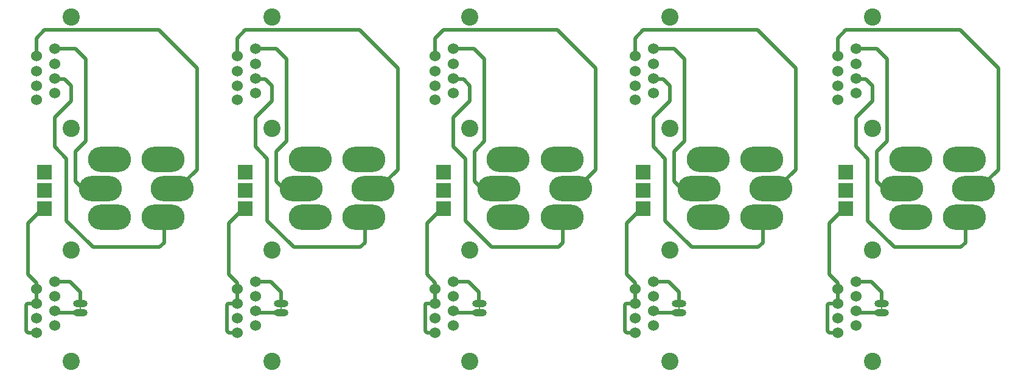
<source format=gbr>
%FSLAX23Y23*%
%MOIN*%
%ADD16O,0.07874X0.03937*%
%ADD13O,0.23622X0.13780*%
%ADD17R,0.01000X0.02000*%
%ADD14R,0.08000X0.08000*%
%ADD15C,0.01969*%
%ADD11C,0.06000*%
%ADD12C,0.09449*%
X000Y000D02*
D02*
D11*
X088Y368D03*
Y1643D03*
X088Y209D03*
Y1484D03*
X088Y449D03*
Y1724D03*
X088Y288D03*
Y1563D03*
X188Y328D03*
Y1603D03*
X188Y489D03*
Y1764D03*
X188Y408D03*
Y1683D03*
X188Y248D03*
Y1523D03*
X1188Y368D03*
Y1643D03*
X1188Y209D03*
Y1484D03*
X1188Y449D03*
Y1724D03*
X1188Y288D03*
Y1563D03*
X1288Y328D03*
Y1603D03*
X1288Y489D03*
Y1764D03*
X1288Y408D03*
Y1683D03*
X1288Y248D03*
Y1523D03*
X2273Y368D03*
Y1643D03*
X2273Y209D03*
Y1484D03*
X2273Y449D03*
Y1724D03*
X2273Y288D03*
Y1563D03*
X2373Y328D03*
Y1603D03*
X2373Y489D03*
Y1764D03*
X2373Y408D03*
Y1683D03*
X2373Y248D03*
Y1523D03*
X3368Y368D03*
Y1643D03*
X3368Y209D03*
Y1484D03*
X3368Y449D03*
Y1724D03*
X3368Y288D03*
Y1563D03*
X3468Y328D03*
Y1603D03*
X3468Y489D03*
Y1764D03*
X3468Y408D03*
Y1683D03*
X3468Y248D03*
Y1523D03*
X4478Y368D03*
Y1643D03*
X4478Y209D03*
Y1484D03*
X4478Y449D03*
Y1724D03*
X4478Y288D03*
Y1563D03*
X4578Y328D03*
Y1603D03*
X4578Y489D03*
Y1764D03*
X4578Y408D03*
Y1683D03*
X4578Y248D03*
Y1523D03*
D02*
D12*
X279Y052D03*
Y662D03*
Y1327D03*
Y1937D03*
X1379Y052D03*
Y662D03*
Y1327D03*
Y1937D03*
X2464Y052D03*
Y662D03*
Y1327D03*
Y1937D03*
X3559Y052D03*
Y662D03*
Y1327D03*
Y1937D03*
X4669Y052D03*
Y662D03*
Y1327D03*
Y1937D03*
D02*
D13*
X438Y997D03*
X488Y1157D03*
X488Y842D03*
X783Y842D03*
Y1157D03*
X832Y998D03*
X1538Y997D03*
X1588Y1157D03*
X1588Y842D03*
X1883Y842D03*
Y1157D03*
X1932Y998D03*
X2623Y997D03*
X2673Y1157D03*
X2673Y842D03*
X2968Y842D03*
Y1157D03*
X3017Y998D03*
X3718Y997D03*
X3768Y1157D03*
X3768Y842D03*
X4063Y842D03*
Y1157D03*
X4112Y998D03*
X4828Y997D03*
X4878Y1157D03*
X4878Y842D03*
X5173Y842D03*
Y1157D03*
X5222Y998D03*
D02*
D14*
X133Y887D03*
Y988D03*
Y1087D03*
X1233Y887D03*
Y988D03*
Y1087D03*
X2318Y887D03*
Y988D03*
Y1087D03*
X3413Y887D03*
Y988D03*
Y1087D03*
X4523Y887D03*
Y988D03*
Y1087D03*
D02*
D15*
X088Y368D02*
X038Y367D01*
X033Y362*
Y218*
X043Y207*
X078*
X088Y209*
X088Y368D02*
Y382D01*
X088Y383*
Y438*
X083Y443*
X073*
X088Y449*
Y1724D02*
Y1823D01*
X133Y1867*
X758*
X968Y1658*
Y1103*
X863Y998*
X832Y998*
X133Y887D02*
X123D01*
X043Y808*
Y527*
X088Y482*
X088Y449*
X188Y1603D02*
Y1597D01*
X243*
X278Y1563*
Y1478*
X188Y1388*
Y1228*
X253Y1163*
Y823*
X398Y677*
X763*
X788Y703*
Y762*
X783Y842*
X188Y1764D02*
X302D01*
X358Y1708*
Y1258*
X303Y1202*
Y1038*
X353Y988*
X438Y997*
X330Y320D02*
X200D01*
X188Y333*
X188Y328*
Y328*
X330Y370D02*
X328Y383D01*
Y433*
X272Y489*
X188*
X1188Y368D02*
X1138Y367D01*
X1133Y362*
Y218*
X1143Y207*
X1178*
X1188Y209*
X1188Y368D02*
Y382D01*
X1188Y383*
Y438*
X1183Y443*
X1173*
X1188Y449*
Y1724D02*
Y1823D01*
X1233Y1867*
X1858*
X2068Y1658*
Y1103*
X1963Y998*
X1932Y998*
X1233Y887D02*
X1223D01*
X1143Y808*
Y527*
X1188Y482*
X1188Y449*
X1288Y1603D02*
Y1597D01*
X1343*
X1378Y1563*
Y1478*
X1288Y1388*
Y1228*
X1353Y1163*
Y823*
X1498Y677*
X1863*
X1888Y703*
Y762*
X1883Y842*
X1288Y1764D02*
X1402D01*
X1458Y1708*
Y1258*
X1403Y1202*
Y1038*
X1453Y988*
X1538Y997*
X1430Y320D02*
X1300D01*
X1288Y333*
X1288Y328*
Y328*
X1430Y370D02*
X1428Y383D01*
Y433*
X1372Y489*
X1288*
X2273Y368D02*
X2223Y367D01*
X2218Y362*
Y218*
X2228Y207*
X2263*
X2273Y209*
X2273Y368D02*
Y382D01*
X2273Y383*
Y438*
X2268Y443*
X2258*
X2273Y449*
Y1724D02*
Y1823D01*
X2318Y1867*
X2943*
X3153Y1658*
Y1103*
X3048Y998*
X3017Y998*
X2318Y887D02*
X2308D01*
X2228Y808*
Y527*
X2273Y482*
X2273Y449*
X2373Y1603D02*
Y1597D01*
X2428*
X2463Y1563*
Y1478*
X2373Y1388*
Y1228*
X2438Y1163*
Y823*
X2583Y677*
X2948*
X2973Y703*
Y762*
X2968Y842*
X2373Y1764D02*
X2487D01*
X2543Y1708*
Y1258*
X2488Y1202*
Y1038*
X2538Y988*
X2623Y997*
X2515Y320D02*
X2385D01*
X2373Y333*
X2373Y328*
Y328*
X2515Y370D02*
X2513Y383D01*
Y433*
X2457Y489*
X2373*
X3368Y368D02*
X3318Y367D01*
X3313Y362*
Y218*
X3323Y207*
X3358*
X3368Y209*
X3368Y368D02*
Y382D01*
X3368Y383*
Y438*
X3363Y443*
X3353*
X3368Y449*
Y1724D02*
Y1823D01*
X3413Y1867*
X4038*
X4248Y1658*
Y1103*
X4143Y998*
X4112Y998*
X3413Y887D02*
X3403D01*
X3323Y808*
Y527*
X3368Y482*
X3368Y449*
X3468Y1603D02*
Y1597D01*
X3523*
X3558Y1563*
Y1478*
X3468Y1388*
Y1228*
X3533Y1163*
Y823*
X3678Y677*
X4043*
X4068Y703*
Y762*
X4063Y842*
X3468Y1764D02*
X3582D01*
X3638Y1708*
Y1258*
X3583Y1202*
Y1038*
X3633Y988*
X3718Y997*
X3610Y320D02*
X3480D01*
X3468Y333*
X3468Y328*
Y328*
X3610Y370D02*
X3608Y383D01*
Y433*
X3552Y489*
X3468*
X4478Y368D02*
X4428Y367D01*
X4423Y362*
Y218*
X4433Y207*
X4468*
X4478Y209*
X4478Y368D02*
Y382D01*
X4478Y383*
Y438*
X4473Y443*
X4463*
X4478Y449*
Y1724D02*
Y1823D01*
X4523Y1867*
X5148*
X5358Y1658*
Y1103*
X5253Y998*
X5222Y998*
X4523Y887D02*
X4513D01*
X4433Y808*
Y527*
X4478Y482*
X4478Y449*
X4578Y1603D02*
Y1597D01*
X4633*
X4668Y1563*
Y1478*
X4578Y1388*
Y1228*
X4643Y1163*
Y823*
X4788Y677*
X5153*
X5178Y703*
Y762*
X5173Y842*
X4578Y1764D02*
X4692D01*
X4748Y1708*
Y1258*
X4693Y1202*
Y1038*
X4743Y988*
X4828Y997*
X4720Y320D02*
X4590D01*
X4578Y333*
X4578Y328*
Y328*
X4720Y370D02*
X4718Y383D01*
Y433*
X4662Y489*
X4578*
D02*
D16*
X330Y320D03*
Y370D03*
X1430Y320D03*
Y370D03*
X2515Y320D03*
Y370D03*
X3610Y320D03*
Y370D03*
X4720Y320D03*
Y370D03*
D02*
D17*
X331Y345D03*
X1431D03*
X2516D03*
X3611D03*
X4721D03*
X000Y000D02*
M02*

</source>
